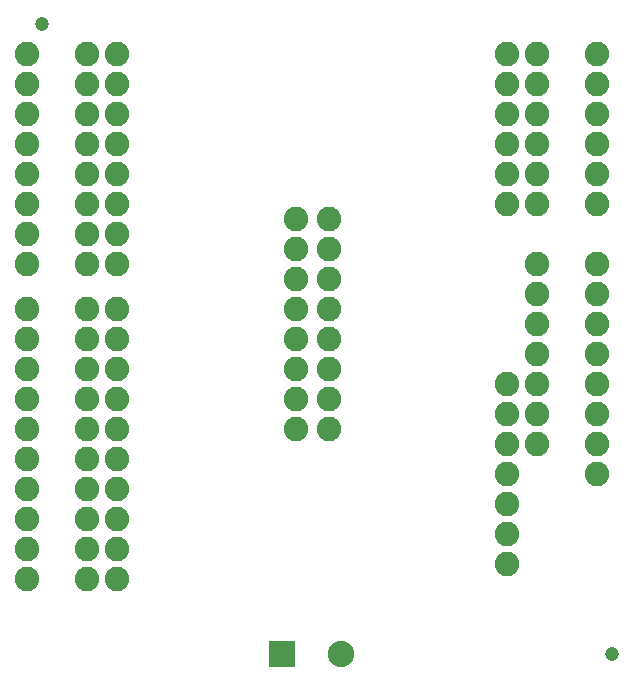
<source format=gbs>
G75*
%MOIN*%
%OFA0B0*%
%FSLAX25Y25*%
%IPPOS*%
%LPD*%
%AMOC8*
5,1,8,0,0,1.08239X$1,22.5*
%
%ADD10C,0.08200*%
%ADD11C,0.04737*%
%ADD12R,0.08800X0.08800*%
%ADD13C,0.08800*%
D10*
X0015000Y0102524D03*
X0015000Y0112524D03*
X0015000Y0122524D03*
X0015000Y0132524D03*
X0015000Y0142524D03*
X0015000Y0152524D03*
X0015000Y0162524D03*
X0015000Y0172524D03*
X0015000Y0182524D03*
X0015000Y0192524D03*
X0015000Y0207524D03*
X0015000Y0217524D03*
X0015000Y0227524D03*
X0015000Y0237524D03*
X0015000Y0247524D03*
X0015000Y0257524D03*
X0015000Y0267524D03*
X0015000Y0277524D03*
X0035000Y0277524D03*
X0035000Y0267524D03*
X0035000Y0257524D03*
X0045000Y0257524D03*
X0045000Y0267524D03*
X0045000Y0277524D03*
X0045000Y0247524D03*
X0045000Y0237524D03*
X0045000Y0227524D03*
X0035000Y0227524D03*
X0035000Y0237524D03*
X0035000Y0247524D03*
X0035000Y0217524D03*
X0035000Y0207524D03*
X0045000Y0207524D03*
X0045000Y0217524D03*
X0045000Y0192524D03*
X0045000Y0182524D03*
X0035000Y0182524D03*
X0035000Y0192524D03*
X0035000Y0172524D03*
X0035000Y0162524D03*
X0035000Y0152524D03*
X0045000Y0152524D03*
X0045000Y0162524D03*
X0045000Y0172524D03*
X0045000Y0142524D03*
X0045000Y0132524D03*
X0035000Y0132524D03*
X0035000Y0142524D03*
X0035000Y0122524D03*
X0035000Y0112524D03*
X0035000Y0102524D03*
X0045000Y0102524D03*
X0045000Y0112524D03*
X0045000Y0122524D03*
X0104500Y0152524D03*
X0104500Y0162524D03*
X0104500Y0172524D03*
X0104500Y0182524D03*
X0104500Y0192524D03*
X0104500Y0202524D03*
X0104500Y0212524D03*
X0104500Y0222524D03*
X0115500Y0222524D03*
X0115500Y0212524D03*
X0115500Y0202524D03*
X0115500Y0192524D03*
X0115500Y0182524D03*
X0115500Y0172524D03*
X0115500Y0162524D03*
X0115500Y0152524D03*
X0175000Y0157524D03*
X0175000Y0147524D03*
X0175000Y0137524D03*
X0175000Y0127524D03*
X0175000Y0117524D03*
X0175000Y0107524D03*
X0185000Y0147524D03*
X0185000Y0157524D03*
X0185000Y0167524D03*
X0185000Y0177524D03*
X0185000Y0187524D03*
X0185000Y0197524D03*
X0185000Y0207524D03*
X0185000Y0227524D03*
X0185000Y0237524D03*
X0185000Y0247524D03*
X0185000Y0257524D03*
X0185000Y0267524D03*
X0185000Y0277524D03*
X0175000Y0277524D03*
X0175000Y0267524D03*
X0175000Y0257524D03*
X0175000Y0247524D03*
X0175000Y0237524D03*
X0175000Y0227524D03*
X0205000Y0227524D03*
X0205000Y0237524D03*
X0205000Y0247524D03*
X0205000Y0257524D03*
X0205000Y0267524D03*
X0205000Y0277524D03*
X0205000Y0207524D03*
X0205000Y0197524D03*
X0205000Y0187524D03*
X0205000Y0177524D03*
X0205000Y0167524D03*
X0205000Y0157524D03*
X0205000Y0147524D03*
X0205000Y0137524D03*
X0175000Y0167524D03*
D11*
X0210000Y0077524D03*
X0020000Y0287524D03*
D12*
X0100000Y0077524D03*
D13*
X0119685Y0077524D03*
M02*

</source>
